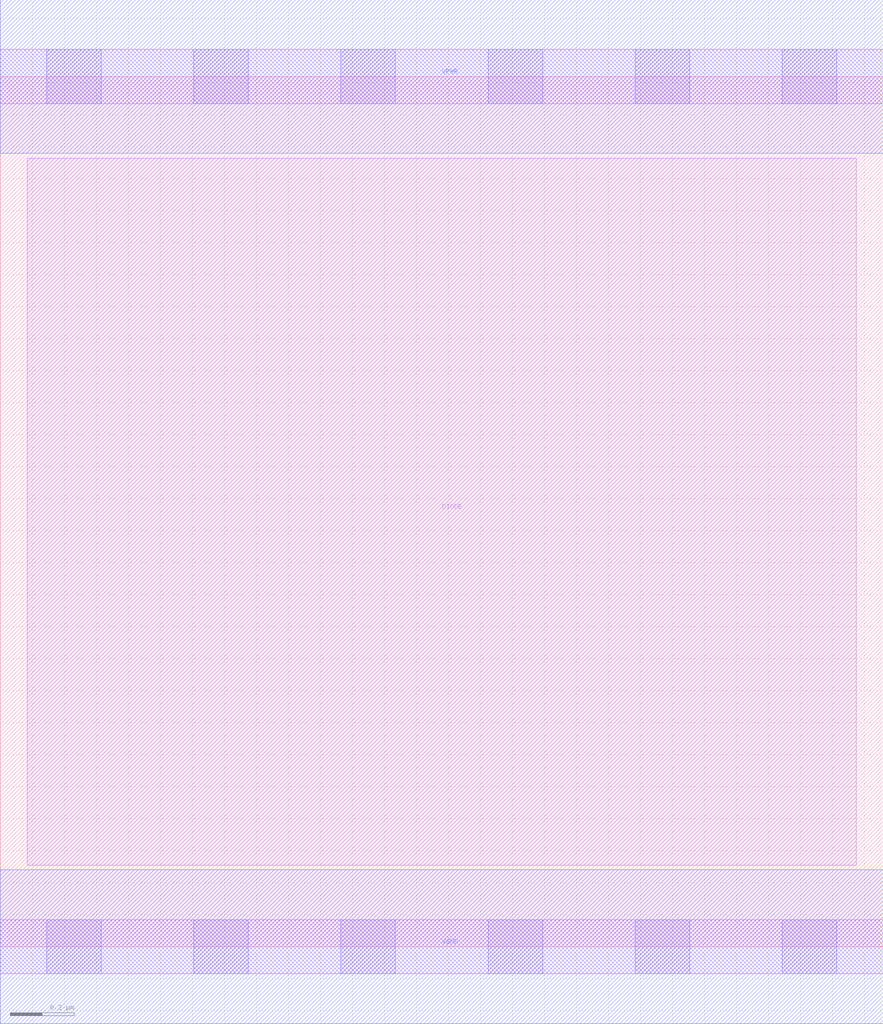
<source format=lef>
# Copyright 2020 The SkyWater PDK Authors
#
# Licensed under the Apache License, Version 2.0 (the "License");
# you may not use this file except in compliance with the License.
# You may obtain a copy of the License at
#
#     https://www.apache.org/licenses/LICENSE-2.0
#
# Unless required by applicable law or agreed to in writing, software
# distributed under the License is distributed on an "AS IS" BASIS,
# WITHOUT WARRANTIES OR CONDITIONS OF ANY KIND, either express or implied.
# See the License for the specific language governing permissions and
# limitations under the License.
#
# SPDX-License-Identifier: Apache-2.0

VERSION 5.7 ;
  NOWIREEXTENSIONATPIN ON ;
  DIVIDERCHAR "/" ;
  BUSBITCHARS "[]" ;
UNITS
  DATABASE MICRONS 200 ;
END UNITS
PROPERTYDEFINITIONS
  MACRO maskLayoutSubType STRING ;
  MACRO prCellType STRING ;
  MACRO originalViewName STRING ;
END PROPERTYDEFINITIONS
MACRO sky130_fd_sc_hdll__diode_6
  CLASS CORE ;
  FOREIGN sky130_fd_sc_hdll__diode_6 ;
  ORIGIN  0.000000  0.000000 ;
  SIZE  2.760000 BY  2.720000 ;
  SYMMETRY X Y R90 ;
  SITE unithd ;
  PIN DIODE
    ANTENNADIFFAREA  2.203200 ;
    DIRECTION INPUT ;
    USE SIGNAL ;
    PORT
      LAYER li1 ;
        RECT 0.085000 0.255000 2.675000 2.465000 ;
    END
  END DIODE
  PIN VGND
    USE GROUND ;
    PORT
      LAYER met1 ;
        RECT 0.000000 -0.240000 2.760000 0.240000 ;
    END
  END VGND
  PIN VPWR
    USE POWER ;
    PORT
      LAYER met1 ;
        RECT 0.000000 2.480000 2.760000 2.960000 ;
    END
  END VPWR
  OBS
    LAYER li1 ;
      RECT 0.000000 -0.085000 2.760000 0.085000 ;
      RECT 0.000000  2.635000 2.760000 2.805000 ;
    LAYER mcon ;
      RECT 0.145000 -0.085000 0.315000 0.085000 ;
      RECT 0.145000  2.635000 0.315000 2.805000 ;
      RECT 0.605000 -0.085000 0.775000 0.085000 ;
      RECT 0.605000  2.635000 0.775000 2.805000 ;
      RECT 1.065000 -0.085000 1.235000 0.085000 ;
      RECT 1.065000  2.635000 1.235000 2.805000 ;
      RECT 1.525000 -0.085000 1.695000 0.085000 ;
      RECT 1.525000  2.635000 1.695000 2.805000 ;
      RECT 1.985000 -0.085000 2.155000 0.085000 ;
      RECT 1.985000  2.635000 2.155000 2.805000 ;
      RECT 2.445000 -0.085000 2.615000 0.085000 ;
      RECT 2.445000  2.635000 2.615000 2.805000 ;
  END
  PROPERTY maskLayoutSubType "abstract" ;
  PROPERTY prCellType "standard" ;
  PROPERTY originalViewName "layout" ;
END sky130_fd_sc_hdll__diode_6
END LIBRARY

</source>
